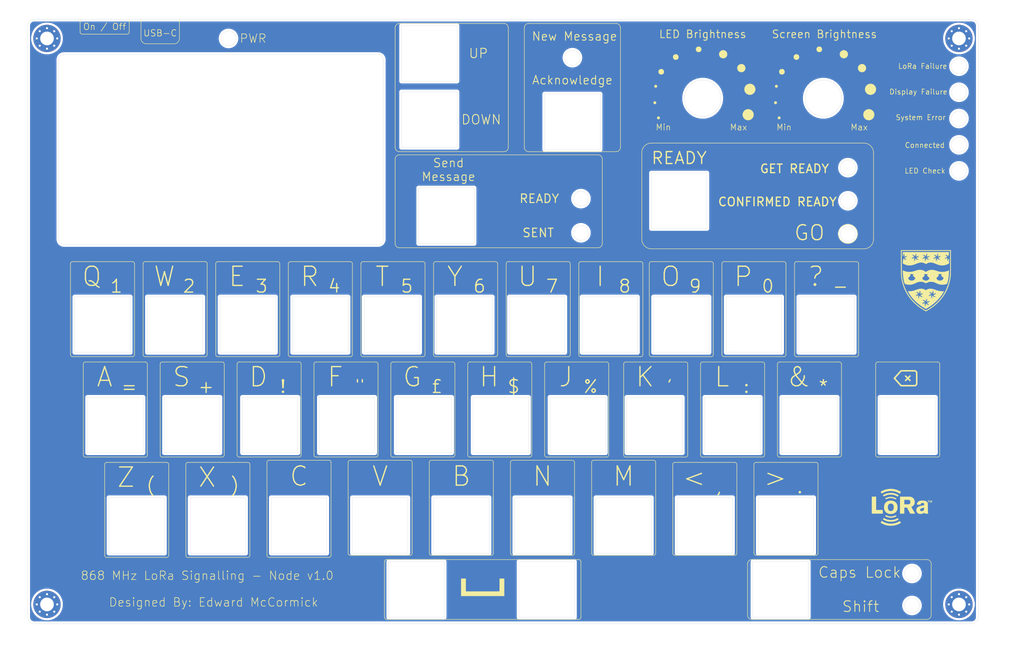
<source format=kicad_pcb>
(kicad_pcb (version 20171130) (host pcbnew "(5.1.8)-1")
  (title_block (date 2021-02-02))
  (layers (0 F.Cu signal) (31 B.Cu signal) (34 B.Paste user) (35 F.Paste user) (36 B.SilkS user) (37 F.SilkS user) (38 B.Mask user) (39 F.Mask user) (44 Edge.Cuts user))
  (net 0 "")
  (net 1 GND)
  (module Testimages:backspace (layer F.Cu) (at 251.5 133.05)
    (fp_text reference G*** hide)
    (fp_text value LOGO hide)
  )
  (module "Testimages:Uni Logo 19.5x19.5" (layer F.Cu) (at 256.25 109)
    (fp_text reference G*** hide)
    (fp_text value LOGO hide)
  )
  (module "Testimages:Lora logo" (layer F.Cu) (at 250.75 163.25)
    (fp_text reference G*** hide)
    (fp_text value LOGO hide)
  )
  (module MountingHole:MountingHole_3.2mm_M3_Pad_Via (layer F.Cu) (at 50.5 186)
    (fp_text reference H1 (at 0 0) (layer F.SilkS))
    (fp_text value MountingHole_Pad)
    (pad 1 thru_hole circle (at 1.697056 -1.697056) (size 0.8 0.8) (drill 0.5) (layers *.Cu *.Mask) (net 1 GND))
    (pad 1 thru_hole circle (at 0 -2.4) (size 0.8 0.8) (drill 0.5) (layers *.Cu *.Mask) (net 1 GND))
    (pad 1 thru_hole circle (at -1.697056 -1.697056) (size 0.8 0.8) (drill 0.5) (layers *.Cu *.Mask) (net 1 GND))
    (pad 1 thru_hole circle (at -2.4 0) (size 0.8 0.8) (drill 0.5) (layers *.Cu *.Mask) (net 1 GND))
    (pad 1 thru_hole circle (at -1.697056 1.697056) (size 0.8 0.8) (drill 0.5) (layers *.Cu *.Mask) (net 1 GND))
    (pad 1 thru_hole circle (at 0 2.4) (size 0.8 0.8) (drill 0.5) (layers *.Cu *.Mask) (net 1 GND))
    (pad 1 thru_hole circle (at 1.697056 1.697056) (size 0.8 0.8) (drill 0.5) (layers *.Cu *.Mask) (net 1 GND))
    (pad 1 thru_hole circle (at 2.4 0) (size 0.8 0.8) (drill 0.5) (layers *.Cu *.Mask) (net 1 GND))
    (pad 1 thru_hole circle (at 0 0) (size 6.4 6.4) (drill 3.2) (layers *.Cu *.Mask) (net 1 GND))
  )
  (module MountingHole:MountingHole_3.2mm_M3_Pad_Via (layer F.Cu) (at 50.5 53.5)
    (fp_text reference H2 (at 0 0) (layer F.SilkS))
    (fp_text value MountingHole_Pad)
    (pad 1 thru_hole circle (at 0 0) (size 6.4 6.4) (drill 3.2) (layers *.Cu *.Mask) (net 1 GND))
    (pad 1 thru_hole circle (at 2.4 0) (size 0.8 0.8) (drill 0.5) (layers *.Cu *.Mask) (net 1 GND))
    (pad 1 thru_hole circle (at 1.697056 1.697056) (size 0.8 0.8) (drill 0.5) (layers *.Cu *.Mask) (net 1 GND))
    (pad 1 thru_hole circle (at 0 2.4) (size 0.8 0.8) (drill 0.5) (layers *.Cu *.Mask) (net 1 GND))
    (pad 1 thru_hole circle (at -1.697056 1.697056) (size 0.8 0.8) (drill 0.5) (layers *.Cu *.Mask) (net 1 GND))
    (pad 1 thru_hole circle (at -2.4 0) (size 0.8 0.8) (drill 0.5) (layers *.Cu *.Mask) (net 1 GND))
    (pad 1 thru_hole circle (at -1.697056 -1.697056) (size 0.8 0.8) (drill 0.5) (layers *.Cu *.Mask) (net 1 GND))
    (pad 1 thru_hole circle (at 0 -2.4) (size 0.8 0.8) (drill 0.5) (layers *.Cu *.Mask) (net 1 GND))
    (pad 1 thru_hole circle (at 1.697056 -1.697056) (size 0.8 0.8) (drill 0.5) (layers *.Cu *.Mask) (net 1 GND))
  )
  (module MountingHole:MountingHole_3.2mm_M3_Pad_Via (layer F.Cu) (at 264 53.5)
    (fp_text reference H3 (at 0 0.25) (layer F.SilkS))
    (fp_text value MountingHole_Pad)
    (pad 1 thru_hole circle (at 1.697056 -1.697056) (size 0.8 0.8) (drill 0.5) (layers *.Cu *.Mask) (net 1 GND))
    (pad 1 thru_hole circle (at 0 -2.4) (size 0.8 0.8) (drill 0.5) (layers *.Cu *.Mask) (net 1 GND))
    (pad 1 thru_hole circle (at -1.697056 -1.697056) (size 0.8 0.8) (drill 0.5) (layers *.Cu *.Mask) (net 1 GND))
    (pad 1 thru_hole circle (at -2.4 0) (size 0.8 0.8) (drill 0.5) (layers *.Cu *.Mask) (net 1 GND))
    (pad 1 thru_hole circle (at -1.697056 1.697056) (size 0.8 0.8) (drill 0.5) (layers *.Cu *.Mask) (net 1 GND))
    (pad 1 thru_hole circle (at 0 2.4) (size 0.8 0.8) (drill 0.5) (layers *.Cu *.Mask) (net 1 GND))
    (pad 1 thru_hole circle (at 1.697056 1.697056) (size 0.8 0.8) (drill 0.5) (layers *.Cu *.Mask) (net 1 GND))
    (pad 1 thru_hole circle (at 2.4 0) (size 0.8 0.8) (drill 0.5) (layers *.Cu *.Mask) (net 1 GND))
    (pad 1 thru_hole circle (at 0 0) (size 6.4 6.4) (drill 3.2) (layers *.Cu *.Mask) (net 1 GND))
  )
  (module MountingHole:MountingHole_3.2mm_M3_Pad_Via (layer F.Cu) (at 264 186)
    (fp_text reference H4 (at 0.25 0) (layer F.SilkS))
    (fp_text value MountingHole_Pad)
    (pad 1 thru_hole circle (at 0 0) (size 6.4 6.4) (drill 3.2) (layers *.Cu *.Mask) (net 1 GND))
    (pad 1 thru_hole circle (at 2.4 0) (size 0.8 0.8) (drill 0.5) (layers *.Cu *.Mask) (net 1 GND))
    (pad 1 thru_hole circle (at 1.697056 1.697056) (size 0.8 0.8) (drill 0.5) (layers *.Cu *.Mask) (net 1 GND))
    (pad 1 thru_hole circle (at 0 2.4) (size 0.8 0.8) (drill 0.5) (layers *.Cu *.Mask) (net 1 GND))
    (pad 1 thru_hole circle (at -1.697056 1.697056) (size 0.8 0.8) (drill 0.5) (layers *.Cu *.Mask) (net 1 GND))
    (pad 1 thru_hole circle (at -2.4 0) (size 0.8 0.8) (drill 0.5) (layers *.Cu *.Mask) (net 1 GND))
    (pad 1 thru_hole circle (at -1.697056 -1.697056) (size 0.8 0.8) (drill 0.5) (layers *.Cu *.Mask) (net 1 GND))
    (pad 1 thru_hole circle (at 0 -2.4) (size 0.8 0.8) (drill 0.5) (layers *.Cu *.Mask) (net 1 GND))
    (pad 1 thru_hole circle (at 1.697056 -1.697056) (size 0.8 0.8) (drill 0.5) (layers *.Cu *.Mask) (net 1 GND))
  )
  (gr_arc (start 128 58.5) (end 129.25 58.5) (angle -90) (layer Edge.Cuts) (width 0.05))
  (gr_arc (start 54.5 58.5) (end 54.5 57.25) (angle -90) (layer Edge.Cuts) (width 0.05))
  (gr_arc (start 54.5 100.5) (end 53.25 100.5) (angle -90) (layer Edge.Cuts) (width 0.05))
  (gr_arc (start 128 100.5) (end 128 101.75) (angle -90) (layer Edge.Cuts) (width 0.05))
  (gr_circle (center 238 99.25) (end 240 98.25) (layer F.SilkS) (width 0.12))
  (gr_text PWR (at 98.75 53.5) (layer F.SilkS) (effects (font (size 2 2))))
  (gr_arc (start 58.75 52) (end 58.25 52) (angle -90) (layer F.SilkS) (width 0.12))
  (gr_arc (start 69.25 52) (end 69.25 52.5) (angle -90) (layer F.SilkS) (width 0.12))
  (gr_line (start 69.75 52) (end 69.75 49) (layer F.SilkS) (width 0.12))
  (gr_line (start 58.75 52.5) (end 69.25 52.5) (layer F.SilkS) (width 0.12))
  (gr_line (start 58.25 49) (end 58.25 52) (layer F.SilkS) (width 0.12))
  (gr_text "On / Off" (at 64 50.75) (layer F.SilkS) (effects (font (size 1.5 1.5))))
  (gr_arc (start 80.25 53.5) (end 80.25 54.75) (angle -90) (layer F.SilkS) (width 0.12))
  (gr_arc (start 73.75 53.5) (end 72.5 53.5) (angle -90) (layer F.SilkS) (width 0.12))
  (gr_text USB-C (at 77 52.25) (layer F.SilkS) (effects (font (size 1.5 1.5))))
  (gr_line (start 81.5 53.5) (end 81.5 49) (layer F.SilkS) (width 0.12))
  (gr_line (start 73.75 54.75) (end 80.25 54.75) (layer F.SilkS) (width 0.12))
  (gr_line (start 72.5 49) (end 72.5 53.5) (layer F.SilkS) (width 0.12))
  (gr_arc (start 192 80.25) (end 192 78) (angle -90) (layer F.SilkS) (width 0.12))
  (gr_arc (start 192 100.5) (end 189.75 100.5) (angle -90) (layer F.SilkS) (width 0.12))
  (gr_arc (start 241.75 100.5) (end 241.75 102.75) (angle -90) (layer F.SilkS) (width 0.12))
  (gr_arc (start 241.75 80.25) (end 244 80.25) (angle -90) (layer F.SilkS) (width 0.12))
  (gr_line (start 241.75 78) (end 192 78) (layer F.SilkS) (width 0.12))
  (gr_line (start 244 100.5) (end 244 80.25) (layer F.SilkS) (width 0.12))
  (gr_line (start 192 102.75) (end 241.75 102.75) (layer F.SilkS) (width 0.12))
  (gr_line (start 189.75 80.25) (end 189.75 100.5) (layer F.SilkS) (width 0.12))
  (gr_text GO (at 229 99) (layer F.SilkS) (effects (font (size 3.5 3.5) (thickness 0.3))))
  (gr_text "CONFIRMED READY" (at 221.5 91.75) (layer F.SilkS) (effects (font (size 2 2) (thickness 0.3))))
  (gr_text "GET READY" (at 225.5 84) (layer F.SilkS) (effects (font (size 2 2) (thickness 0.3))))
  (gr_text READY (at 198.5 81.5) (layer F.SilkS) (effects (font (size 2.8 2.8) (thickness 0.3))))
  (gr_arc (start 133 101.5) (end 132 101.5) (angle -90) (layer F.SilkS) (width 0.12))
  (gr_arc (start 133 81.75) (end 133 80.75) (angle -90) (layer F.SilkS) (width 0.12))
  (gr_arc (start 179.5 81.75) (end 180.5 81.75) (angle -90) (layer F.SilkS) (width 0.12))
  (gr_arc (start 179.5 101.5) (end 179.5 102.5) (angle -90) (layer F.SilkS) (width 0.12))
  (gr_line (start 179.5 80.75) (end 133 80.75) (layer F.SilkS) (width 0.12))
  (gr_line (start 180.5 101.5) (end 180.5 81.75) (layer F.SilkS) (width 0.12))
  (gr_line (start 133 102.5) (end 179.5 102.5) (layer F.SilkS) (width 0.12))
  (gr_line (start 132 81.75) (end 132 101.5) (layer F.SilkS) (width 0.12))
  (gr_text SENT (at 165.5 99) (layer F.SilkS) (effects (font (size 2 2) (thickness 0.25))))
  (gr_text READY (at 165.75 91) (layer F.SilkS) (effects (font (size 2 2) (thickness 0.25))))
  (gr_text "Send\nMessage" (at 144.5 84.25) (layer F.SilkS) (effects (font (size 2 2) (thickness 0.2))))
  (gr_arc (start 163.25 51) (end 163.25 50) (angle -90) (layer F.SilkS) (width 0.12))
  (gr_arc (start 183.75 51) (end 184.75 51) (angle -90) (layer F.SilkS) (width 0.12))
  (gr_arc (start 183.75 79) (end 183.75 80) (angle -90) (layer F.SilkS) (width 0.12))
  (gr_arc (start 163.25 79) (end 162.25 79) (angle -90) (layer F.SilkS) (width 0.12))
  (gr_line (start 183.75 80) (end 163.25 80) (layer F.SilkS) (width 0.12))
  (gr_line (start 184.75 51) (end 184.75 79) (layer F.SilkS) (width 0.12))
  (gr_line (start 163.25 50) (end 183.75 50) (layer F.SilkS) (width 0.12))
  (gr_line (start 162.25 79) (end 162.25 51) (layer F.SilkS) (width 0.12))
  (gr_line (start 53.25 100.5) (end 53.25 58.5) (layer Edge.Cuts) (width 0.05))
  (gr_line (start 128 101.75) (end 54.5 101.75) (layer Edge.Cuts) (width 0.05))
  (gr_line (start 129.25 58.5) (end 129.25 100.5) (layer Edge.Cuts) (width 0.05))
  (gr_line (start 54.5 57.25) (end 128 57.25) (layer Edge.Cuts) (width 0.05))
  (gr_text "New Message" (at 174 53) (layer F.SilkS) (effects (font (size 2 2) (thickness 0.2))))
  (gr_text Acknowledge (at 173.5 63.25) (layer F.SilkS) (effects (font (size 2 2) (thickness 0.2))))
  (gr_arc (start 157.5 79) (end 157.5 80) (angle -90) (layer F.SilkS) (width 0.12))
  (gr_arc (start 133 79) (end 132 79) (angle -90) (layer F.SilkS) (width 0.12))
  (gr_arc (start 133 51) (end 133 50) (angle -90) (layer F.SilkS) (width 0.12))
  (gr_arc (start 157.5 51) (end 158.5 51) (angle -90) (layer F.SilkS) (width 0.12))
  (gr_line (start 132 79) (end 132 51) (layer F.SilkS) (width 0.12))
  (gr_line (start 157.5 80) (end 133 80) (layer F.SilkS) (width 0.12))
  (gr_line (start 158.5 51) (end 158.5 79) (layer F.SilkS) (width 0.12))
  (gr_line (start 133 50) (end 157.5 50) (layer F.SilkS) (width 0.12))
  (gr_text UP (at 151.5 57) (layer F.SilkS) (effects (font (size 2.2 2.2) (thickness 0.2))))
  (gr_text "DOWN \n" (at 153 72.5) (layer F.SilkS) (effects (font (size 2.2 2.2) (thickness 0.2))))
  (gr_text Connected (at 256 78.5) (layer F.SilkS) (effects (font (size 1.2 1.2))))
  (gr_text "System Error " (at 255.5 72) (layer F.SilkS) (effects (font (size 1.2 1.2))))
  (gr_text "Display Failure" (at 254.5 66) (layer F.SilkS) (effects (font (size 1.2 1.2))))
  (gr_text "LoRa Failure" (at 255.5 60) (layer F.SilkS) (effects (font (size 1.2 1.2))))
  (gr_text "LED Check " (at 256.5 84.5) (layer F.SilkS) (effects (font (size 1.2 1.2))))
  (gr_arc (start 245 151) (end 244.5 151) (angle -90) (layer F.SilkS) (width 0.12))
  (gr_line (start 259.5 151) (end 259.5 129.75) (layer F.SilkS) (width 0.12))
  (gr_arc (start 259 151) (end 259 151.5) (angle -90) (layer F.SilkS) (width 0.12))
  (gr_line (start 259 129.25) (end 245 129.25) (layer F.SilkS) (width 0.12))
  (gr_line (start 244.5 129.75) (end 244.5 151) (layer F.SilkS) (width 0.12))
  (gr_arc (start 245 129.75) (end 245 129.25) (angle -90) (layer F.SilkS) (width 0.12))
  (gr_line (start 245 151.5) (end 259 151.5) (layer F.SilkS) (width 0.12))
  (gr_arc (start 259 129.75) (end 259.5 129.75) (angle -90) (layer F.SilkS) (width 0.12))
  (gr_arc (start 215.5 188.5) (end 214.5 188.5) (angle -90) (layer F.SilkS) (width 0.12))
  (gr_arc (start 215.5 176.5) (end 215.5 175.5) (angle -90) (layer F.SilkS) (width 0.12))
  (gr_arc (start 256.5 188.5) (end 256.5 189.5) (angle -90) (layer F.SilkS) (width 0.12))
  (gr_arc (start 256.5 176.5) (end 257.5 176.5) (angle -90) (layer F.SilkS) (width 0.12))
  (gr_line (start 257.5 188.5) (end 257.5 176.5) (layer F.SilkS) (width 0.12))
  (gr_line (start 215.5 189.5) (end 256.5 189.5) (layer F.SilkS) (width 0.12))
  (gr_line (start 214.5 176.5) (end 214.5 188.5) (layer F.SilkS) (width 0.12))
  (gr_line (start 256.5 175.5) (end 215.5 175.5) (layer F.SilkS) (width 0.12))
  (gr_text Shift (at 241 186.5) (layer F.SilkS) (effects (font (size 2.5 2.5) (thickness 0.2))))
  (gr_text "Caps Lock" (at 240.75 178.5) (layer F.SilkS) (effects (font (size 2.5 2.5) (thickness 0.2))))
  (gr_arc (start 216.5 174) (end 216 174) (angle -90) (layer F.SilkS) (width 0.12))
  (gr_line (start 231 174) (end 231 153.25) (layer F.SilkS) (width 0.12))
  (gr_arc (start 230.5 174) (end 230.5 174.5) (angle -90) (layer F.SilkS) (width 0.12))
  (gr_line (start 230.5 152.75) (end 216.5 152.75) (layer F.SilkS) (width 0.12))
  (gr_line (start 216 153.25) (end 216 174) (layer F.SilkS) (width 0.12))
  (gr_arc (start 216.5 153.25) (end 216.5 152.75) (angle -90) (layer F.SilkS) (width 0.12))
  (gr_line (start 216.5 174.5) (end 230.5 174.5) (layer F.SilkS) (width 0.12))
  (gr_arc (start 230.5 153.25) (end 231 153.25) (angle -90) (layer F.SilkS) (width 0.12))
  (gr_text . (at 226.75 158.5) (layer F.SilkS) (effects (font (size 3 3) (thickness 0.3))))
  (gr_text > (at 221 156.25) (layer F.SilkS) (effects (font (size 4.5 4.5) (thickness 0.3))))
  (gr_arc (start 197.5 174) (end 197 174) (angle -90) (layer F.SilkS) (width 0.12))
  (gr_line (start 212 174) (end 212 153.25) (layer F.SilkS) (width 0.12))
  (gr_arc (start 211.5 174) (end 211.5 174.5) (angle -90) (layer F.SilkS) (width 0.12))
  (gr_line (start 211.5 152.75) (end 197.5 152.75) (layer F.SilkS) (width 0.12))
  (gr_line (start 197 153.25) (end 197 174) (layer F.SilkS) (width 0.12))
  (gr_arc (start 197.5 153.25) (end 197.5 152.75) (angle -90) (layer F.SilkS) (width 0.12))
  (gr_line (start 197.5 174.5) (end 211.5 174.5) (layer F.SilkS) (width 0.12))
  (gr_arc (start 211.5 153.25) (end 212 153.25) (angle -90) (layer F.SilkS) (width 0.12))
  (gr_text , (at 207.75 158.5) (layer F.SilkS) (effects (font (size 3 3) (thickness 0.3))))
  (gr_text < (at 202 156.25) (layer F.SilkS) (effects (font (size 4.5 4.5) (thickness 0.3))))
  (gr_arc (start 83.5 174.5) (end 83 174.5) (angle -90) (layer F.SilkS) (width 0.12))
  (gr_line (start 98 174.5) (end 98 153.25) (layer F.SilkS) (width 0.12))
  (gr_arc (start 97.5 174.5) (end 97.5 175) (angle -90) (layer F.SilkS) (width 0.12))
  (gr_line (start 97.5 152.75) (end 83.5 152.75) (layer F.SilkS) (width 0.12))
  (gr_line (start 83 153.25) (end 83 174.5) (layer F.SilkS) (width 0.12))
  (gr_arc (start 83.5 153.25) (end 83.5 152.75) (angle -90) (layer F.SilkS) (width 0.12))
  (gr_line (start 83.5 175) (end 97.5 175) (layer F.SilkS) (width 0.12))
  (gr_arc (start 97.5 153.25) (end 98 153.25) (angle -90) (layer F.SilkS) (width 0.12))
  (gr_text ")" (at 94.5 158) (layer F.SilkS) (effects (font (size 3 3) (thickness 0.3))))
  (gr_text X (at 88 156.25) (layer F.SilkS) (effects (font (size 4.5 4.5) (thickness 0.3))))
  (gr_arc (start 77.5 151) (end 77 151) (angle -90) (layer F.SilkS) (width 0.12))
  (gr_line (start 92 151) (end 92 129.75) (layer F.SilkS) (width 0.12))
  (gr_arc (start 91.5 151) (end 91.5 151.5) (angle -90) (layer F.SilkS) (width 0.12))
  (gr_line (start 91.5 129.25) (end 77.5 129.25) (layer F.SilkS) (width 0.12))
  (gr_line (start 77 129.75) (end 77 151) (layer F.SilkS) (width 0.12))
  (gr_arc (start 77.5 129.75) (end 77.5 129.25) (angle -90) (layer F.SilkS) (width 0.12))
  (gr_line (start 77.5 151.5) (end 91.5 151.5) (layer F.SilkS) (width 0.12))
  (gr_arc (start 91.5 129.75) (end 92 129.75) (angle -90) (layer F.SilkS) (width 0.12))
  (gr_text + (at 87.75 135) (layer F.SilkS) (effects (font (size 3 3) (thickness 0.3))))
  (gr_text S (at 82 132.75) (layer F.SilkS) (effects (font (size 4.5 4.5) (thickness 0.3))))
  (gr_arc (start 95.5 151) (end 95 151) (angle -90) (layer F.SilkS) (width 0.12))
  (gr_line (start 110 151) (end 110 129.75) (layer F.SilkS) (width 0.12))
  (gr_arc (start 109.5 151) (end 109.5 151.5) (angle -90) (layer F.SilkS) (width 0.12))
  (gr_line (start 109.5 129.25) (end 95.5 129.25) (layer F.SilkS) (width 0.12))
  (gr_line (start 95 129.75) (end 95 151) (layer F.SilkS) (width 0.12))
  (gr_arc (start 95.5 129.75) (end 95.5 129.25) (angle -90) (layer F.SilkS) (width 0.12))
  (gr_line (start 95.5 151.5) (end 109.5 151.5) (layer F.SilkS) (width 0.12))
  (gr_arc (start 109.5 129.75) (end 110 129.75) (angle -90) (layer F.SilkS) (width 0.12))
  (gr_text ! (at 105.75 135) (layer F.SilkS) (effects (font (size 3 3) (thickness 0.3))))
  (gr_text D (at 100 132.75) (layer F.SilkS) (effects (font (size 4.5 4.5) (thickness 0.3))))
  (gr_arc (start 113.5 151) (end 113 151) (angle -90) (layer F.SilkS) (width 0.12))
  (gr_line (start 128 151) (end 128 129.75) (layer F.SilkS) (width 0.12))
  (gr_arc (start 127.5 151) (end 127.5 151.5) (angle -90) (layer F.SilkS) (width 0.12))
  (gr_line (start 127.5 129.25) (end 113.5 129.25) (layer F.SilkS) (width 0.12))
  (gr_line (start 113 129.75) (end 113 151) (layer F.SilkS) (width 0.12))
  (gr_arc (start 113.5 129.75) (end 113.5 129.25) (angle -90) (layer F.SilkS) (width 0.12))
  (gr_line (start 113.5 151.5) (end 127.5 151.5) (layer F.SilkS) (width 0.12))
  (gr_arc (start 127.5 129.75) (end 128 129.75) (angle -90) (layer F.SilkS) (width 0.12))
  (gr_text "\"" (at 123.75 135) (layer F.SilkS) (effects (font (size 3 3) (thickness 0.3))))
  (gr_text F (at 118 132.75) (layer F.SilkS) (effects (font (size 4.5 4.5) (thickness 0.3))))
  (gr_arc (start 131.5 151) (end 131 151) (angle -90) (layer F.SilkS) (width 0.12))
  (gr_line (start 146 151) (end 146 129.75) (layer F.SilkS) (width 0.12))
  (gr_arc (start 145.5 151) (end 145.5 151.5) (angle -90) (layer F.SilkS) (width 0.12))
  (gr_line (start 145.5 129.25) (end 131.5 129.25) (layer F.SilkS) (width 0.12))
  (gr_line (start 131 129.75) (end 131 151) (layer F.SilkS) (width 0.12))
  (gr_arc (start 131.5 129.75) (end 131.5 129.25) (angle -90) (layer F.SilkS) (width 0.12))
  (gr_line (start 131.5 151.5) (end 145.5 151.5) (layer F.SilkS) (width 0.12))
  (gr_arc (start 145.5 129.75) (end 146 129.75) (angle -90) (layer F.SilkS) (width 0.12))
  (gr_text £ (at 141.75 135) (layer F.SilkS) (effects (font (size 3 3) (thickness 0.3))))
  (gr_text G (at 136 132.75) (layer F.SilkS) (effects (font (size 4.5 4.5) (thickness 0.3))))
  (gr_arc (start 149.5 151) (end 149 151) (angle -90) (layer F.SilkS) (width 0.12))
  (gr_line (start 164 151) (end 164 129.75) (layer F.SilkS) (width 0.12))
  (gr_arc (start 163.5 151) (end 163.5 151.5) (angle -90) (layer F.SilkS) (width 0.12))
  (gr_line (start 163.5 129.25) (end 149.5 129.25) (layer F.SilkS) (width 0.12))
  (gr_line (start 149 129.75) (end 149 151) (layer F.SilkS) (width 0.12))
  (gr_arc (start 149.5 129.75) (end 149.5 129.25) (angle -90) (layer F.SilkS) (width 0.12))
  (gr_line (start 149.5 151.5) (end 163.5 151.5) (layer F.SilkS) (width 0.12))
  (gr_arc (start 163.5 129.75) (end 164 129.75) (angle -90) (layer F.SilkS) (width 0.12))
  (gr_text $ (at 159.75 135) (layer F.SilkS) (effects (font (size 3 3) (thickness 0.3))))
  (gr_text H (at 154 132.75) (layer F.SilkS) (effects (font (size 4.5 4.5) (thickness 0.3))))
  (gr_arc (start 167.5 151) (end 167 151) (angle -90) (layer F.SilkS) (width 0.12))
  (gr_line (start 182 151) (end 182 129.75) (layer F.SilkS) (width 0.12))
  (gr_arc (start 181.5 151) (end 181.5 151.5) (angle -90) (layer F.SilkS) (width 0.12))
  (gr_line (start 181.5 129.25) (end 167.5 129.25) (layer F.SilkS) (width 0.12))
  (gr_line (start 167 129.75) (end 167 151) (layer F.SilkS) (width 0.12))
  (gr_arc (start 167.5 129.75) (end 167.5 129.25) (angle -90) (layer F.SilkS) (width 0.12))
  (gr_line (start 167.5 151.5) (end 181.5 151.5) (layer F.SilkS) (width 0.12))
  (gr_arc (start 181.5 129.75) (end 182 129.75) (angle -90) (layer F.SilkS) (width 0.12))
  (gr_text % (at 177.75 135) (layer F.SilkS) (effects (font (size 3 3) (thickness 0.3))))
  (gr_text J (at 172 132.75) (layer F.SilkS) (effects (font (size 4.5 4.5) (thickness 0.3))))
  (gr_arc (start 186 151) (end 185.5 151) (angle -90) (layer F.SilkS) (width 0.12))
  (gr_line (start 200.5 151) (end 200.5 129.75) (layer F.SilkS) (width 0.12))
  (gr_arc (start 200 151) (end 200 151.5) (angle -90) (layer F.SilkS) (width 0.12))
  (gr_line (start 200 129.25) (end 186 129.25) (layer F.SilkS) (width 0.12))
  (gr_line (start 185.5 129.75) (end 185.5 151) (layer F.SilkS) (width 0.12))
  (gr_arc (start 186 129.75) (end 186 129.25) (angle -90) (layer F.SilkS) (width 0.12))
  (gr_line (start 186 151.5) (end 200 151.5) (layer F.SilkS) (width 0.12))
  (gr_arc (start 200 129.75) (end 200.5 129.75) (angle -90) (layer F.SilkS) (width 0.12))
  (gr_text ' (at 196.25 135) (layer F.SilkS) (effects (font (size 3 3) (thickness 0.3))))
  (gr_text K (at 190.5 132.75) (layer F.SilkS) (effects (font (size 4.5 4.5) (thickness 0.3))))
  (gr_arc (start 204 151) (end 203.5 151) (angle -90) (layer F.SilkS) (width 0.12))
  (gr_line (start 218.5 151) (end 218.5 129.75) (layer F.SilkS) (width 0.12))
  (gr_arc (start 218 151) (end 218 151.5) (angle -90) (layer F.SilkS) (width 0.12))
  (gr_line (start 218 129.25) (end 204 129.25) (layer F.SilkS) (width 0.12))
  (gr_line (start 203.5 129.75) (end 203.5 151) (layer F.SilkS) (width 0.12))
  (gr_arc (start 204 129.75) (end 204 129.25) (angle -90) (layer F.SilkS) (width 0.12))
  (gr_line (start 204 151.5) (end 218 151.5) (layer F.SilkS) (width 0.12))
  (gr_arc (start 218 129.75) (end 218.5 129.75) (angle -90) (layer F.SilkS) (width 0.12))
  (gr_text : (at 214.25 135) (layer F.SilkS) (effects (font (size 3 3) (thickness 0.3))))
  (gr_text L (at 208.5 132.75) (layer F.SilkS) (effects (font (size 4.5 4.5) (thickness 0.3))))
  (gr_arc (start 222 151) (end 221.5 151) (angle -90) (layer F.SilkS) (width 0.12))
  (gr_line (start 236.5 151) (end 236.5 129.75) (layer F.SilkS) (width 0.12))
  (gr_arc (start 236 151) (end 236 151.5) (angle -90) (layer F.SilkS) (width 0.12))
  (gr_line (start 236 129.25) (end 222 129.25) (layer F.SilkS) (width 0.12))
  (gr_line (start 221.5 129.75) (end 221.5 151) (layer F.SilkS) (width 0.12))
  (gr_arc (start 222 129.75) (end 222 129.25) (angle -90) (layer F.SilkS) (width 0.12))
  (gr_line (start 222 151.5) (end 236 151.5) (layer F.SilkS) (width 0.12))
  (gr_arc (start 236 129.75) (end 236.5 129.75) (angle -90) (layer F.SilkS) (width 0.12))
  (gr_text * (at 232.25 135) (layer F.SilkS) (effects (font (size 3 3) (thickness 0.3))))
  (gr_text & (at 226.5 132.75) (layer F.SilkS) (effects (font (size 4.5 4.5) (thickness 0.3))))
  (gr_arc (start 226 127.5) (end 225.5 127.5) (angle -90) (layer F.SilkS) (width 0.12))
  (gr_line (start 240.5 127.5) (end 240.5 106.25) (layer F.SilkS) (width 0.12))
  (gr_arc (start 240 127.5) (end 240 128) (angle -90) (layer F.SilkS) (width 0.12))
  (gr_line (start 240 105.75) (end 226 105.75) (layer F.SilkS) (width 0.12))
  (gr_line (start 225.5 106.25) (end 225.5 127.5) (layer F.SilkS) (width 0.12))
  (gr_arc (start 226 106.25) (end 226 105.75) (angle -90) (layer F.SilkS) (width 0.12))
  (gr_line (start 226 128) (end 240 128) (layer F.SilkS) (width 0.12))
  (gr_arc (start 240 106.25) (end 240.5 106.25) (angle -90) (layer F.SilkS) (width 0.12))
  (gr_text - (at 236.25 111.5) (layer F.SilkS) (effects (font (size 3 3) (thickness 0.3))))
  (gr_text ? (at 230.5 109.25) (layer F.SilkS) (effects (font (size 4.5 4.5) (thickness 0.3))))
  (gr_arc (start 209 127.5) (end 208.5 127.5) (angle -90) (layer F.SilkS) (width 0.12))
  (gr_line (start 223.5 127.5) (end 223.5 106.25) (layer F.SilkS) (width 0.12))
  (gr_arc (start 223 127.5) (end 223 128) (angle -90) (layer F.SilkS) (width 0.12))
  (gr_line (start 223 105.75) (end 209 105.75) (layer F.SilkS) (width 0.12))
  (gr_line (start 208.5 106.25) (end 208.5 127.5) (layer F.SilkS) (width 0.12))
  (gr_arc (start 209 106.25) (end 209 105.75) (angle -90) (layer F.SilkS) (width 0.12))
  (gr_line (start 209 128) (end 223 128) (layer F.SilkS) (width 0.12))
  (gr_arc (start 223 106.25) (end 223.5 106.25) (angle -90) (layer F.SilkS) (width 0.12))
  (gr_text 0 (at 219.25 111.5) (layer F.SilkS) (effects (font (size 3 3) (thickness 0.3))))
  (gr_text P (at 213.5 109.25) (layer F.SilkS) (effects (font (size 4.5 4.5) (thickness 0.3))))
  (gr_arc (start 192 127.5) (end 191.5 127.5) (angle -90) (layer F.SilkS) (width 0.12))
  (gr_line (start 206.5 127.5) (end 206.5 106.25) (layer F.SilkS) (width 0.12))
  (gr_arc (start 206 127.5) (end 206 128) (angle -90) (layer F.SilkS) (width 0.12))
  (gr_line (start 206 105.75) (end 192 105.75) (layer F.SilkS) (width 0.12))
  (gr_line (start 191.5 106.25) (end 191.5 127.5) (layer F.SilkS) (width 0.12))
  (gr_arc (start 192 106.25) (end 192 105.75) (angle -90) (layer F.SilkS) (width 0.12))
  (gr_line (start 192 128) (end 206 128) (layer F.SilkS) (width 0.12))
  (gr_arc (start 206 106.25) (end 206.5 106.25) (angle -90) (layer F.SilkS) (width 0.12))
  (gr_text "9\n" (at 202.25 111.5) (layer F.SilkS) (effects (font (size 3 3) (thickness 0.3))))
  (gr_text O (at 196.5 109.25) (layer F.SilkS) (effects (font (size 4.5 4.5) (thickness 0.3))))
  (gr_arc (start 175.5 127.5) (end 175 127.5) (angle -90) (layer F.SilkS) (width 0.12))
  (gr_line (start 190 127.5) (end 190 106.25) (layer F.SilkS) (width 0.12))
  (gr_arc (start 189.5 127.5) (end 189.5 128) (angle -90) (layer F.SilkS) (width 0.12))
  (gr_line (start 189.5 105.75) (end 175.5 105.75) (layer F.SilkS) (width 0.12))
  (gr_line (start 175 106.25) (end 175 127.5) (layer F.SilkS) (width 0.12))
  (gr_arc (start 175.5 106.25) (end 175.5 105.75) (angle -90) (layer F.SilkS) (width 0.12))
  (gr_line (start 175.5 128) (end 189.5 128) (layer F.SilkS) (width 0.12))
  (gr_arc (start 189.5 106.25) (end 190 106.25) (angle -90) (layer F.SilkS) (width 0.12))
  (gr_text 8 (at 185.75 111.5) (layer F.SilkS) (effects (font (size 3 3) (thickness 0.3))))
  (gr_text I (at 180 109.25) (layer F.SilkS) (effects (font (size 4.5 4.5) (thickness 0.3))))
  (gr_arc (start 158.5 127.5) (end 158 127.5) (angle -90) (layer F.SilkS) (width 0.12))
  (gr_line (start 173 127.5) (end 173 106.25) (layer F.SilkS) (width 0.12))
  (gr_arc (start 172.5 127.5) (end 172.5 128) (angle -90) (layer F.SilkS) (width 0.12))
  (gr_line (start 172.5 105.75) (end 158.5 105.75) (layer F.SilkS) (width 0.12))
  (gr_line (start 158 106.25) (end 158 127.5) (layer F.SilkS) (width 0.12))
  (gr_arc (start 158.5 106.25) (end 158.5 105.75) (angle -90) (layer F.SilkS) (width 0.12))
  (gr_line (start 158.5 128) (end 172.5 128) (layer F.SilkS) (width 0.12))
  (gr_arc (start 172.5 106.25) (end 173 106.25) (angle -90) (layer F.SilkS) (width 0.12))
  (gr_text 7 (at 168.75 111.5) (layer F.SilkS) (effects (font (size 3 3) (thickness 0.3))))
  (gr_text U (at 163 109.25) (layer F.SilkS) (effects (font (size 4.5 4.5) (thickness 0.3))))
  (gr_arc (start 141.5 127.5) (end 141 127.5) (angle -90) (layer F.SilkS) (width 0.12))
  (gr_line (start 156 127.5) (end 156 106.25) (layer F.SilkS) (width 0.12))
  (gr_arc (start 155.5 127.5) (end 155.5 128) (angle -90) (layer F.SilkS) (width 0.12))
  (gr_line (start 155.5 105.75) (end 141.5 105.75) (layer F.SilkS) (width 0.12))
  (gr_line (start 141 106.25) (end 141 127.5) (layer F.SilkS) (width 0.12))
  (gr_arc (start 141.5 106.25) (end 141.5 105.75) (angle -90) (layer F.SilkS) (width 0.12))
  (gr_line (start 141.5 128) (end 155.5 128) (layer F.SilkS) (width 0.12))
  (gr_arc (start 155.5 106.25) (end 156 106.25) (angle -90) (layer F.SilkS) (width 0.12))
  (gr_text 6 (at 151.75 111.5) (layer F.SilkS) (effects (font (size 3 3) (thickness 0.3))))
  (gr_text Y (at 146 109.25) (layer F.SilkS) (effects (font (size 4.5 4.5) (thickness 0.3))))
  (gr_arc (start 124.5 127.5) (end 124 127.5) (angle -90) (layer F.SilkS) (width 0.12))
  (gr_line (start 139 127.5) (end 139 106.25) (layer F.SilkS) (width 0.12))
  (gr_arc (start 138.5 127.5) (end 138.5 128) (angle -90) (layer F.SilkS) (width 0.12))
  (gr_line (start 138.5 105.75) (end 124.5 105.75) (layer F.SilkS) (width 0.12))
  (gr_line (start 124 106.25) (end 124 127.5) (layer F.SilkS) (width 0.12))
  (gr_arc (start 124.5 106.25) (end 124.5 105.75) (angle -90) (layer F.SilkS) (width 0.12))
  (gr_line (start 124.5 128) (end 138.5 128) (layer F.SilkS) (width 0.12))
  (gr_arc (start 138.5 106.25) (end 139 106.25) (angle -90) (layer F.SilkS) (width 0.12))
  (gr_text 5 (at 134.75 111.5) (layer F.SilkS) (effects (font (size 3 3) (thickness 0.3))))
  (gr_text T (at 129 109.25) (layer F.SilkS) (effects (font (size 4.5 4.5) (thickness 0.3))))
  (gr_arc (start 107.5 127.5) (end 107 127.5) (angle -90) (layer F.SilkS) (width 0.12))
  (gr_line (start 122 127.5) (end 122 106.25) (layer F.SilkS) (width 0.12))
  (gr_arc (start 121.5 127.5) (end 121.5 128) (angle -90) (layer F.SilkS) (width 0.12))
  (gr_line (start 121.5 105.75) (end 107.5 105.75) (layer F.SilkS) (width 0.12))
  (gr_line (start 107 106.25) (end 107 127.5) (layer F.SilkS) (width 0.12))
  (gr_arc (start 107.5 106.25) (end 107.5 105.75) (angle -90) (layer F.SilkS) (width 0.12))
  (gr_line (start 107.5 128) (end 121.5 128) (layer F.SilkS) (width 0.12))
  (gr_arc (start 121.5 106.25) (end 122 106.25) (angle -90) (layer F.SilkS) (width 0.12))
  (gr_text 4 (at 117.75 111.5) (layer F.SilkS) (effects (font (size 3 3) (thickness 0.3))))
  (gr_text R (at 112 109.25) (layer F.SilkS) (effects (font (size 4.5 4.5) (thickness 0.3))))
  (gr_arc (start 90.5 127.5) (end 90 127.5) (angle -90) (layer F.SilkS) (width 0.12))
  (gr_line (start 105 127.5) (end 105 106.25) (layer F.SilkS) (width 0.12))
  (gr_arc (start 104.5 127.5) (end 104.5 128) (angle -90) (layer F.SilkS) (width 0.12))
  (gr_line (start 104.5 105.75) (end 90.5 105.75) (layer F.SilkS) (width 0.12))
  (gr_line (start 90 106.25) (end 90 127.5) (layer F.SilkS) (width 0.12))
  (gr_arc (start 90.5 106.25) (end 90.5 105.75) (angle -90) (layer F.SilkS) (width 0.12))
  (gr_line (start 90.5 128) (end 104.5 128) (layer F.SilkS) (width 0.12))
  (gr_arc (start 104.5 106.25) (end 105 106.25) (angle -90) (layer F.SilkS) (width 0.12))
  (gr_text 3 (at 100.75 111.5) (layer F.SilkS) (effects (font (size 3 3) (thickness 0.3))))
  (gr_text E (at 95 109.25) (layer F.SilkS) (effects (font (size 4.5 4.5) (thickness 0.3))))
  (gr_arc (start 73.5 127.5) (end 73 127.5) (angle -90) (layer F.SilkS) (width 0.12))
  (gr_line (start 88 127.5) (end 88 106.25) (layer F.SilkS) (width 0.12))
  (gr_arc (start 87.5 127.5) (end 87.5 128) (angle -90) (layer F.SilkS) (width 0.12))
  (gr_line (start 87.5 105.75) (end 73.5 105.75) (layer F.SilkS) (width 0.12))
  (gr_line (start 73 106.25) (end 73 127.5) (layer F.SilkS) (width 0.12))
  (gr_arc (start 73.5 106.25) (end 73.5 105.75) (angle -90) (layer F.SilkS) (width 0.12))
  (gr_line (start 73.5 128) (end 87.5 128) (layer F.SilkS) (width 0.12))
  (gr_arc (start 87.5 106.25) (end 88 106.25) (angle -90) (layer F.SilkS) (width 0.12))
  (gr_text 2 (at 83.75 111.5) (layer F.SilkS) (effects (font (size 3 3) (thickness 0.3))))
  (gr_text W (at 78 109.25) (layer F.SilkS) (effects (font (size 4.5 4.5) (thickness 0.3))))
  (gr_arc (start 64.5 174.5) (end 64 174.5) (angle -90) (layer F.SilkS) (width 0.12))
  (gr_line (start 79 174.5) (end 79 153.25) (layer F.SilkS) (width 0.12))
  (gr_arc (start 78.5 174.5) (end 78.5 175) (angle -90) (layer F.SilkS) (width 0.12))
  (gr_line (start 78.5 152.75) (end 64.5 152.75) (layer F.SilkS) (width 0.12))
  (gr_line (start 64 153.25) (end 64 174.5) (layer F.SilkS) (width 0.12))
  (gr_arc (start 64.5 153.25) (end 64.5 152.75) (angle -90) (layer F.SilkS) (width 0.12))
  (gr_line (start 64.5 175) (end 78.5 175) (layer F.SilkS) (width 0.12))
  (gr_arc (start 78.5 153.25) (end 79 153.25) (angle -90) (layer F.SilkS) (width 0.12))
  (gr_text "(" (at 74.75 158) (layer F.SilkS) (effects (font (size 3 3) (thickness 0.3))))
  (gr_text "Z\n" (at 69 156.25) (layer F.SilkS) (effects (font (size 4.5 4.5) (thickness 0.3))))
  (gr_arc (start 59.5 151) (end 59 151) (angle -90) (layer F.SilkS) (width 0.12))
  (gr_line (start 74 151) (end 74 129.75) (layer F.SilkS) (width 0.12))
  (gr_arc (start 73.5 151) (end 73.5 151.5) (angle -90) (layer F.SilkS) (width 0.12))
  (gr_line (start 73.5 129.25) (end 59.5 129.25) (layer F.SilkS) (width 0.12))
  (gr_line (start 59 129.75) (end 59 151) (layer F.SilkS) (width 0.12))
  (gr_arc (start 59.5 129.75) (end 59.5 129.25) (angle -90) (layer F.SilkS) (width 0.12))
  (gr_line (start 59.5 151.5) (end 73.5 151.5) (layer F.SilkS) (width 0.12))
  (gr_arc (start 73.5 129.75) (end 74 129.75) (angle -90) (layer F.SilkS) (width 0.12))
  (gr_text = (at 69.75 135) (layer F.SilkS) (effects (font (size 3 3) (thickness 0.3))))
  (gr_text A (at 64 132.75) (layer F.SilkS) (effects (font (size 4.5 4.5) (thickness 0.3))))
  (gr_arc (start 56.5 127.5) (end 56 127.5) (angle -90) (layer F.SilkS) (width 0.12))
  (gr_line (start 71 127.5) (end 71 106.25) (layer F.SilkS) (width 0.12))
  (gr_arc (start 70.5 127.5) (end 70.5 128) (angle -90) (layer F.SilkS) (width 0.12))
  (gr_line (start 70.5 105.75) (end 56.5 105.75) (layer F.SilkS) (width 0.12))
  (gr_line (start 56 106.25) (end 56 127.5) (layer F.SilkS) (width 0.12))
  (gr_arc (start 56.5 106.25) (end 56.5 105.75) (angle -90) (layer F.SilkS) (width 0.12))
  (gr_line (start 56.5 128) (end 70.5 128) (layer F.SilkS) (width 0.12))
  (gr_arc (start 70.5 106.25) (end 71 106.25) (angle -90) (layer F.SilkS) (width 0.12))
  (gr_text 1 (at 66.75 111.5) (layer F.SilkS) (effects (font (size 3 3) (thickness 0.3))))
  (gr_text "Q\n" (at 61 109.25) (layer F.SilkS) (effects (font (size 4.5 4.5) (thickness 0.3))))
  (gr_line (start 129.5 176) (end 129.5 189) (layer F.SilkS) (width 0.12))
  (gr_line (start 175 175.5) (end 130 175.5) (layer F.SilkS) (width 0.12))
  (gr_line (start 130 189.5) (end 175 189.5) (layer F.SilkS) (width 0.12))
  (gr_line (start 175.5 189) (end 175.5 176) (layer F.SilkS) (width 0.12))
  (gr_arc (start 130 176) (end 130 175.5) (angle -90) (layer F.SilkS) (width 0.12))
  (gr_arc (start 130 189) (end 129.5 189) (angle -90) (layer F.SilkS) (width 0.12))
  (gr_arc (start 175 176) (end 175.5 176) (angle -90) (layer F.SilkS) (width 0.12))
  (gr_arc (start 175 189) (end 175 189.5) (angle -90) (layer F.SilkS) (width 0.12))
  (gr_arc (start 192.5 152.75) (end 193 152.75) (angle -90) (layer F.SilkS) (width 0.12))
  (gr_arc (start 192.5 174) (end 192.5 174.5) (angle -90) (layer F.SilkS) (width 0.12))
  (gr_line (start 193 174) (end 193 152.75) (layer F.SilkS) (width 0.12))
  (gr_line (start 192.5 152.25) (end 178.5 152.25) (layer F.SilkS) (width 0.12))
  (gr_arc (start 178.5 152.75) (end 178.5 152.25) (angle -90) (layer F.SilkS) (width 0.12))
  (gr_arc (start 178.5 174) (end 178 174) (angle -90) (layer F.SilkS) (width 0.12))
  (gr_line (start 178.5 174.5) (end 192.5 174.5) (layer F.SilkS) (width 0.12))
  (gr_line (start 178 152.75) (end 178 174) (layer F.SilkS) (width 0.12))
  (gr_text M (at 185.5 156) (layer F.SilkS) (effects (font (size 4.5 4.5) (thickness 0.3))))
  (gr_arc (start 173.5 152.75) (end 174 152.75) (angle -90) (layer F.SilkS) (width 0.12))
  (gr_arc (start 173.5 174) (end 173.5 174.5) (angle -90) (layer F.SilkS) (width 0.12))
  (gr_line (start 174 174) (end 174 152.75) (layer F.SilkS) (width 0.12))
  (gr_line (start 173.5 152.25) (end 159.5 152.25) (layer F.SilkS) (width 0.12))
  (gr_arc (start 159.5 152.75) (end 159.5 152.25) (angle -90) (layer F.SilkS) (width 0.12))
  (gr_arc (start 159.5 174) (end 159 174) (angle -90) (layer F.SilkS) (width 0.12))
  (gr_line (start 159.5 174.5) (end 173.5 174.5) (layer F.SilkS) (width 0.12))
  (gr_line (start 159 152.75) (end 159 174) (layer F.SilkS) (width 0.12))
  (gr_text N (at 166.5 156) (layer F.SilkS) (effects (font (size 4.5 4.5) (thickness 0.3))))
  (gr_arc (start 154.5 152.75) (end 155 152.75) (angle -90) (layer F.SilkS) (width 0.12))
  (gr_arc (start 154.5 174) (end 154.5 174.5) (angle -90) (layer F.SilkS) (width 0.12))
  (gr_line (start 155 174) (end 155 152.75) (layer F.SilkS) (width 0.12))
  (gr_line (start 154.5 152.25) (end 140.5 152.25) (layer F.SilkS) (width 0.12))
  (gr_arc (start 140.5 152.75) (end 140.5 152.25) (angle -90) (layer F.SilkS) (width 0.12))
  (gr_arc (start 140.5 174) (end 140 174) (angle -90) (layer F.SilkS) (width 0.12))
  (gr_line (start 140.5 174.5) (end 154.5 174.5) (layer F.SilkS) (width 0.12))
  (gr_line (start 140 152.75) (end 140 174) (layer F.SilkS) (width 0.12))
  (gr_text B (at 147.5 156) (layer F.SilkS) (effects (font (size 4.5 4.5) (thickness 0.3))))
  (gr_arc (start 135.5 152.75) (end 136 152.75) (angle -90) (layer F.SilkS) (width 0.12))
  (gr_arc (start 135.5 174) (end 135.5 174.5) (angle -90) (layer F.SilkS) (width 0.12))
  (gr_line (start 136 174) (end 136 152.75) (layer F.SilkS) (width 0.12))
  (gr_line (start 135.5 152.25) (end 121.5 152.25) (layer F.SilkS) (width 0.12))
  (gr_arc (start 121.5 152.75) (end 121.5 152.25) (angle -90) (layer F.SilkS) (width 0.12))
  (gr_arc (start 121.5 174) (end 121 174) (angle -90) (layer F.SilkS) (width 0.12))
  (gr_line (start 121.5 174.5) (end 135.5 174.5) (layer F.SilkS) (width 0.12))
  (gr_line (start 121 152.75) (end 121 174) (layer F.SilkS) (width 0.12))
  (gr_text V (at 128.5 156) (layer F.SilkS) (effects (font (size 4.5 4.5) (thickness 0.3))))
  (gr_arc (start 116.5 152.75) (end 117 152.75) (angle -90) (layer F.SilkS) (width 0.12))
  (gr_arc (start 116.5 174.5) (end 116.5 175) (angle -90) (layer F.SilkS) (width 0.12))
  (gr_line (start 117 174.5) (end 117 152.75) (layer F.SilkS) (width 0.12))
  (gr_line (start 116.5 152.25) (end 102.5 152.25) (layer F.SilkS) (width 0.12))
  (gr_arc (start 102.5 152.75) (end 102.5 152.25) (angle -90) (layer F.SilkS) (width 0.12))
  (gr_arc (start 102.5 174.5) (end 102 174.5) (angle -90) (layer F.SilkS) (width 0.12))
  (gr_line (start 102.5 175) (end 116.5 175) (layer F.SilkS) (width 0.12))
  (gr_line (start 102 152.75) (end 102 174.5) (layer F.SilkS) (width 0.12))
  (gr_text C (at 109.5 156) (layer F.SilkS) (effects (font (size 4.5 4.5) (thickness 0.3))))
  (gr_line (start 148.5 183) (end 148.5 182.5) (layer F.SilkS) (width 0.12))
  (gr_line (start 149 183) (end 148.5 183) (layer F.SilkS) (width 0.12))
  (gr_line (start 156.5 183) (end 156 183) (layer F.SilkS) (width 0.12))
  (gr_line (start 156.5 182.5) (end 156.5 183) (layer F.SilkS) (width 0.12))
  (gr_line (start 147.5 180) (end 148.5 180) (layer F.SilkS) (width 0.12))
  (gr_line (start 147.5 184) (end 147.5 180) (layer F.SilkS) (width 0.12))
  (gr_line (start 157.5 184) (end 147.5 184) (layer F.SilkS) (width 0.12))
  (gr_line (start 157.5 180) (end 157.5 184) (layer F.SilkS) (width 0.12))
  (gr_line (start 156.5 180) (end 157.5 180) (layer F.SilkS) (width 0.12))
  (gr_line (start 156.5 182.5) (end 156.5 180) (layer F.SilkS) (width 0.12))
  (gr_line (start 149 183) (end 156.5 183) (layer F.SilkS) (width 0.12))
  (gr_line (start 148.5 180) (end 148.5 182.5) (layer F.SilkS) (width 0.12))
  (gr_circle (center 225.95 57.85) (end 226.55 57.85) (layer F.SilkS) (width 0.12))
  (gr_circle (center 221.9 72.1) (end 222.096447 71.9) (layer F.SilkS) (width 0.12))
  (gr_circle (center 221.25 64.7) (end 221.446447 64.5) (layer F.SilkS) (width 0.12))
  (gr_circle (center 242.9 71.35) (end 244.15 71.35) (layer F.SilkS) (width 0.12))
  (gr_circle (center 222.55 61.3) (end 223.15 61.3) (layer F.SilkS) (width 0.12))
  (gr_circle (center 237.05 57.2) (end 237.95 57.340569) (layer F.SilkS) (width 0.12))
  (gr_circle (center 221.05 68.55) (end 221.246447 68.35) (layer F.SilkS) (width 0.12))
  (gr_circle (center 231.3 56.05) (end 231.9 56.05) (layer F.SilkS) (width 0.12))
  (gr_circle (center 243.3 65.4) (end 244.55 65.4) (layer F.SilkS) (width 0.12))
  (gr_circle (center 241.3 60.45) (end 242.2 60.590569) (layer F.SilkS) (width 0.12))
  (gr_circle (center 232.25 67.5) (end 236.5 67.5) (layer Edge.Cuts) (width 0.05))
  (gr_text Max (at 240.65 74.3) (layer F.SilkS) (effects (font (size 1.4 1.4))))
  (gr_text "Screen Brightness" (at 232.5 52.5) (layer F.SilkS) (effects (font (size 1.8 1.8) (thickness 0.2))))
  (gr_text Min (at 223.05 74.3) (layer F.SilkS) (effects (font (size 1.4 1.4))))
  (gr_circle (center 197.7 57.85) (end 198.3 57.85) (layer F.SilkS) (width 0.12))
  (gr_circle (center 193.65 72.1) (end 193.846447 71.9) (layer F.SilkS) (width 0.12))
  (gr_circle (center 193 64.7) (end 193.196447 64.5) (layer F.SilkS) (width 0.12))
  (gr_circle (center 214.65 71.35) (end 215.9 71.35) (layer F.SilkS) (width 0.12))
  (gr_circle (center 194.3 61.3) (end 194.9 61.3) (layer F.SilkS) (width 0.12))
  (gr_circle (center 208.8 57.2) (end 209.7 57.340569) (layer F.SilkS) (width 0.12))
  (gr_circle (center 192.8 68.55) (end 192.996447 68.35) (layer F.SilkS) (width 0.12))
  (gr_circle (center 203.05 56.05) (end 203.65 56.05) (layer F.SilkS) (width 0.12))
  (gr_circle (center 215.05 65.4) (end 216.3 65.4) (layer F.SilkS) (width 0.12))
  (gr_circle (center 213.05 60.45) (end 213.95 60.590569) (layer F.SilkS) (width 0.12))
  (gr_circle (center 204 67.5) (end 208.25 67.5) (layer Edge.Cuts) (width 0.05))
  (gr_text Max (at 212.4 74.3) (layer F.SilkS) (effects (font (size 1.4 1.4))))
  (gr_text "LED Brightness" (at 204 52.5) (layer F.SilkS) (effects (font (size 1.8 1.8) (thickness 0.2))))
  (gr_text Min (at 194.8 74.3) (layer F.SilkS) (effects (font (size 1.4 1.4))))
  (gr_circle (center 93 53.5) (end 94.75 53.5) (layer Edge.Cuts) (width 0.05))
  (gr_circle (center 175.5 99) (end 177.25 99) (layer Edge.Cuts) (width 0.05))
  (gr_circle (center 175.5 91) (end 177.25 91) (layer Edge.Cuts) (width 0.05))
  (gr_circle (center 173.5 58) (end 175.25 58) (layer Edge.Cuts) (width 0.05))
  (gr_circle (center 264 78.4) (end 265.75 78.4) (layer Edge.Cuts) (width 0.05))
  (gr_circle (center 264 66.1) (end 265.75 66.1) (layer Edge.Cuts) (width 0.05))
  (gr_circle (center 264 60) (end 265.75 60) (layer Edge.Cuts) (width 0.05))
  (gr_circle (center 264 72.25) (end 265.75 72.25) (layer Edge.Cuts) (width 0.05))
  (gr_circle (center 264 84.5) (end 265.75 84.5) (layer Edge.Cuts) (width 0.05))
  (gr_circle (center 238 83.75) (end 239.75 83.75) (layer Edge.Cuts) (width 0.05))
  (gr_circle (center 238 91.5) (end 239.75 91.5) (layer Edge.Cuts) (width 0.05))
  (gr_circle (center 238 99.25) (end 239.75 99.25) (layer Edge.Cuts) (width 0.05))
  (gr_circle (center 253 186.25) (end 254.75 186.25) (layer Edge.Cuts) (width 0.05))
  (gr_circle (center 253 178.75) (end 254.75 178.75) (layer Edge.Cuts) (width 0.05))
  (gr_line (start 167 66.5) (end 180 66.5) (layer Edge.Cuts) (width 0.05))
  (gr_line (start 180 66.5) (end 180 79.5) (layer Edge.Cuts) (width 0.05))
  (gr_line (start 167 79.5) (end 167 66.5) (layer Edge.Cuts) (width 0.05))
  (gr_line (start 180 79.5) (end 167 79.5) (layer Edge.Cuts) (width 0.05))
  (gr_line (start 133.5 50.5) (end 146.5 50.5) (layer Edge.Cuts) (width 0.05))
  (gr_line (start 146.5 50.5) (end 146.5 63.5) (layer Edge.Cuts) (width 0.05))
  (gr_line (start 133.5 63.5) (end 133.5 50.5) (layer Edge.Cuts) (width 0.05))
  (gr_line (start 146.5 63.5) (end 133.5 63.5) (layer Edge.Cuts) (width 0.05))
  (gr_line (start 133.5 66) (end 146.5 66) (layer Edge.Cuts) (width 0.05))
  (gr_line (start 146.5 66) (end 146.5 79) (layer Edge.Cuts) (width 0.05))
  (gr_line (start 133.5 79) (end 133.5 66) (layer Edge.Cuts) (width 0.05))
  (gr_line (start 146.5 79) (end 133.5 79) (layer Edge.Cuts) (width 0.05))
  (gr_line (start 137.5 88.5) (end 150.5 88.5) (layer Edge.Cuts) (width 0.05))
  (gr_line (start 150.5 88.5) (end 150.5 101.5) (layer Edge.Cuts) (width 0.05))
  (gr_line (start 137.5 101.5) (end 137.5 88.5) (layer Edge.Cuts) (width 0.05))
  (gr_line (start 150.5 101.5) (end 137.5 101.5) (layer Edge.Cuts) (width 0.05))
  (gr_line (start 192 85) (end 205 85) (layer Edge.Cuts) (width 0.05))
  (gr_line (start 205 85) (end 205 98) (layer Edge.Cuts) (width 0.05))
  (gr_line (start 192 98) (end 192 85) (layer Edge.Cuts) (width 0.05))
  (gr_line (start 205 98) (end 192 98) (layer Edge.Cuts) (width 0.05))
  (gr_line (start 130.5 176) (end 143.5 176) (layer Edge.Cuts) (width 0.05))
  (gr_line (start 143.5 176) (end 143.5 189) (layer Edge.Cuts) (width 0.05))
  (gr_line (start 130.5 189) (end 130.5 176) (layer Edge.Cuts) (width 0.05))
  (gr_line (start 143.5 189) (end 130.5 189) (layer Edge.Cuts) (width 0.05))
  (gr_line (start 161 176) (end 174 176) (layer Edge.Cuts) (width 0.05))
  (gr_line (start 174 176) (end 174 189) (layer Edge.Cuts) (width 0.05))
  (gr_line (start 161 189) (end 161 176) (layer Edge.Cuts) (width 0.05))
  (gr_line (start 174 189) (end 161 189) (layer Edge.Cuts) (width 0.05))
  (gr_line (start 215.75 176) (end 228.75 176) (layer Edge.Cuts) (width 0.05))
  (gr_line (start 228.75 176) (end 228.75 189) (layer Edge.Cuts) (width 0.05))
  (gr_line (start 215.75 189) (end 215.75 176) (layer Edge.Cuts) (width 0.05))
  (gr_line (start 228.75 189) (end 215.75 189) (layer Edge.Cuts) (width 0.05))
  (gr_line (start 217 161) (end 230 161) (layer Edge.Cuts) (width 0.05))
  (gr_line (start 230 161) (end 230 174) (layer Edge.Cuts) (width 0.05))
  (gr_line (start 217 174) (end 217 161) (layer Edge.Cuts) (width 0.05))
  (gr_line (start 230 174) (end 217 174) (layer Edge.Cuts) (width 0.05))
  (gr_line (start 198 161) (end 211 161) (layer Edge.Cuts) (width 0.05))
  (gr_line (start 211 161) (end 211 174) (layer Edge.Cuts) (width 0.05))
  (gr_line (start 198 174) (end 198 161) (layer Edge.Cuts) (width 0.05))
  (gr_line (start 211 174) (end 198 174) (layer Edge.Cuts) (width 0.05))
  (gr_line (start 179 161) (end 192 161) (layer Edge.Cuts) (width 0.05))
  (gr_line (start 192 161) (end 192 174) (layer Edge.Cuts) (width 0.05))
  (gr_line (start 179 174) (end 179 161) (layer Edge.Cuts) (width 0.05))
  (gr_line (start 192 174) (end 179 174) (layer Edge.Cuts) (width 0.05))
  (gr_line (start 160 161) (end 173 161) (layer Edge.Cuts) (width 0.05))
  (gr_line (start 173 161) (end 173 174) (layer Edge.Cuts) (width 0.05))
  (gr_line (start 160 174) (end 160 161) (layer Edge.Cuts) (width 0.05))
  (gr_line (start 173 174) (end 160 174) (layer Edge.Cuts) (width 0.05))
  (gr_line (start 141 161) (end 154 161) (layer Edge.Cuts) (width 0.05))
  (gr_line (start 154 161) (end 154 174) (layer Edge.Cuts) (width 0.05))
  (gr_line (start 141 174) (end 141 161) (layer Edge.Cuts) (width 0.05))
  (gr_line (start 154 174) (end 141 174) (layer Edge.Cuts) (width 0.05))
  (gr_line (start 122 161) (end 135 161) (layer Edge.Cuts) (width 0.05))
  (gr_line (start 135 161) (end 135 174) (layer Edge.Cuts) (width 0.05))
  (gr_line (start 122 174) (end 122 161) (layer Edge.Cuts) (width 0.05))
  (gr_line (start 135 174) (end 122 174) (layer Edge.Cuts) (width 0.05))
  (gr_line (start 103 161) (end 116 161) (layer Edge.Cuts) (width 0.05))
  (gr_line (start 116 161) (end 116 174) (layer Edge.Cuts) (width 0.05))
  (gr_line (start 103 174) (end 103 161) (layer Edge.Cuts) (width 0.05))
  (gr_line (start 116 174) (end 103 174) (layer Edge.Cuts) (width 0.05))
  (gr_line (start 84 161) (end 97 161) (layer Edge.Cuts) (width 0.05))
  (gr_line (start 97 161) (end 97 174) (layer Edge.Cuts) (width 0.05))
  (gr_line (start 84 174) (end 84 161) (layer Edge.Cuts) (width 0.05))
  (gr_line (start 97 174) (end 84 174) (layer Edge.Cuts) (width 0.05))
  (gr_line (start 65 161) (end 78 161) (layer Edge.Cuts) (width 0.05))
  (gr_line (start 78 161) (end 78 174) (layer Edge.Cuts) (width 0.05))
  (gr_line (start 65 174) (end 65 161) (layer Edge.Cuts) (width 0.05))
  (gr_line (start 78 174) (end 65 174) (layer Edge.Cuts) (width 0.05))
  (gr_line (start 60 137.5) (end 73 137.5) (layer Edge.Cuts) (width 0.05))
  (gr_line (start 73 137.5) (end 73 150.5) (layer Edge.Cuts) (width 0.05))
  (gr_line (start 60 150.5) (end 60 137.5) (layer Edge.Cuts) (width 0.05))
  (gr_line (start 73 150.5) (end 60 150.5) (layer Edge.Cuts) (width 0.05))
  (gr_line (start 78 137.5) (end 91 137.5) (layer Edge.Cuts) (width 0.05))
  (gr_line (start 91 137.5) (end 91 150.5) (layer Edge.Cuts) (width 0.05))
  (gr_line (start 78 150.5) (end 78 137.5) (layer Edge.Cuts) (width 0.05))
  (gr_line (start 91 150.5) (end 78 150.5) (layer Edge.Cuts) (width 0.05))
  (gr_line (start 96.25 137.5) (end 109.25 137.5) (layer Edge.Cuts) (width 0.05))
  (gr_line (start 109.25 137.5) (end 109.25 150.5) (layer Edge.Cuts) (width 0.05))
  (gr_line (start 96.25 150.5) (end 96.25 137.5) (layer Edge.Cuts) (width 0.05))
  (gr_line (start 109.25 150.5) (end 96.25 150.5) (layer Edge.Cuts) (width 0.05))
  (gr_line (start 114.25 137.5) (end 127.25 137.5) (layer Edge.Cuts) (width 0.05))
  (gr_line (start 127.25 137.5) (end 127.25 150.5) (layer Edge.Cuts) (width 0.05))
  (gr_line (start 114.25 150.5) (end 114.25 137.5) (layer Edge.Cuts) (width 0.05))
  (gr_line (start 127.25 150.5) (end 114.25 150.5) (layer Edge.Cuts) (width 0.05))
  (gr_line (start 132.25 137.5) (end 145.25 137.5) (layer Edge.Cuts) (width 0.05))
  (gr_line (start 145.25 137.5) (end 145.25 150.5) (layer Edge.Cuts) (width 0.05))
  (gr_line (start 132.25 150.5) (end 132.25 137.5) (layer Edge.Cuts) (width 0.05))
  (gr_line (start 145.25 150.5) (end 132.25 150.5) (layer Edge.Cuts) (width 0.05))
  (gr_line (start 150.25 137.5) (end 163.25 137.5) (layer Edge.Cuts) (width 0.05))
  (gr_line (start 163.25 137.5) (end 163.25 150.5) (layer Edge.Cuts) (width 0.05))
  (gr_line (start 150.25 150.5) (end 150.25 137.5) (layer Edge.Cuts) (width 0.05))
  (gr_line (start 163.25 150.5) (end 150.25 150.5) (layer Edge.Cuts) (width 0.05))
  (gr_line (start 168.25 137.5) (end 181.25 137.5) (layer Edge.Cuts) (width 0.05))
  (gr_line (start 181.25 137.5) (end 181.25 150.5) (layer Edge.Cuts) (width 0.05))
  (gr_line (start 168.25 150.5) (end 168.25 137.5) (layer Edge.Cuts) (width 0.05))
  (gr_line (start 181.25 150.5) (end 168.25 150.5) (layer Edge.Cuts) (width 0.05))
  (gr_line (start 186.25 137.5) (end 199.25 137.5) (layer Edge.Cuts) (width 0.05))
  (gr_line (start 199.25 137.5) (end 199.25 150.5) (layer Edge.Cuts) (width 0.05))
  (gr_line (start 186.25 150.5) (end 186.25 137.5) (layer Edge.Cuts) (width 0.05))
  (gr_line (start 199.25 150.5) (end 186.25 150.5) (layer Edge.Cuts) (width 0.05))
  (gr_line (start 204.5 137.5) (end 217.5 137.5) (layer Edge.Cuts) (width 0.05))
  (gr_line (start 217.5 137.5) (end 217.5 150.5) (layer Edge.Cuts) (width 0.05))
  (gr_line (start 204.5 150.5) (end 204.5 137.5) (layer Edge.Cuts) (width 0.05))
  (gr_line (start 217.5 150.5) (end 204.5 150.5) (layer Edge.Cuts) (width 0.05))
  (gr_line (start 222.5 137.5) (end 235.5 137.5) (layer Edge.Cuts) (width 0.05))
  (gr_line (start 235.5 137.5) (end 235.5 150.5) (layer Edge.Cuts) (width 0.05))
  (gr_line (start 222.5 150.5) (end 222.5 137.5) (layer Edge.Cuts) (width 0.05))
  (gr_line (start 235.5 150.5) (end 222.5 150.5) (layer Edge.Cuts) (width 0.05))
  (gr_line (start 245.5 137.5) (end 258.5 137.5) (layer Edge.Cuts) (width 0.05))
  (gr_line (start 258.5 137.5) (end 258.5 150.5) (layer Edge.Cuts) (width 0.05))
  (gr_line (start 245.5 150.5) (end 245.5 137.5) (layer Edge.Cuts) (width 0.05))
  (gr_line (start 258.5 150.5) (end 245.5 150.5) (layer Edge.Cuts) (width 0.05))
  (gr_line (start 226.5 114) (end 239.5 114) (layer Edge.Cuts) (width 0.05))
  (gr_line (start 239.5 114) (end 239.5 127) (layer Edge.Cuts) (width 0.05))
  (gr_line (start 226.5 127) (end 226.5 114) (layer Edge.Cuts) (width 0.05))
  (gr_line (start 239.5 127) (end 226.5 127) (layer Edge.Cuts) (width 0.05))
  (gr_line (start 209.5 114) (end 222.5 114) (layer Edge.Cuts) (width 0.05))
  (gr_line (start 222.5 114) (end 222.5 127) (layer Edge.Cuts) (width 0.05))
  (gr_line (start 209.5 127) (end 209.5 114) (layer Edge.Cuts) (width 0.05))
  (gr_line (start 222.5 127) (end 209.5 127) (layer Edge.Cuts) (width 0.05))
  (gr_line (start 192.5 114) (end 205.5 114) (layer Edge.Cuts) (width 0.05))
  (gr_line (start 205.5 114) (end 205.5 127) (layer Edge.Cuts) (width 0.05))
  (gr_line (start 192.5 127) (end 192.5 114) (layer Edge.Cuts) (width 0.05))
  (gr_line (start 205.5 127) (end 192.5 127) (layer Edge.Cuts) (width 0.05))
  (gr_line (start 175.75 114) (end 188.75 114) (layer Edge.Cuts) (width 0.05))
  (gr_line (start 188.75 114) (end 188.75 127) (layer Edge.Cuts) (width 0.05))
  (gr_line (start 175.75 127) (end 175.75 114) (layer Edge.Cuts) (width 0.05))
  (gr_line (start 188.75 127) (end 175.75 127) (layer Edge.Cuts) (width 0.05))
  (gr_line (start 158.75 114) (end 171.75 114) (layer Edge.Cuts) (width 0.05))
  (gr_line (start 171.75 114) (end 171.75 127) (layer Edge.Cuts) (width 0.05))
  (gr_line (start 158.75 127) (end 158.75 114) (layer Edge.Cuts) (width 0.05))
  (gr_line (start 171.75 127) (end 158.75 127) (layer Edge.Cuts) (width 0.05))
  (gr_line (start 141.75 114) (end 154.75 114) (layer Edge.Cuts) (width 0.05))
  (gr_line (start 154.75 114) (end 154.75 127) (layer Edge.Cuts) (width 0.05))
  (gr_line (start 141.75 127) (end 141.75 114) (layer Edge.Cuts) (width 0.05))
  (gr_line (start 154.75 127) (end 141.75 127) (layer Edge.Cuts) (width 0.05))
  (gr_line (start 124.75 114) (end 137.75 114) (layer Edge.Cuts) (width 0.05))
  (gr_line (start 137.75 114) (end 137.75 127) (layer Edge.Cuts) (width 0.05))
  (gr_line (start 124.75 127) (end 124.75 114) (layer Edge.Cuts) (width 0.05))
  (gr_line (start 137.75 127) (end 124.75 127) (layer Edge.Cuts) (width 0.05))
  (gr_line (start 108 114) (end 121 114) (layer Edge.Cuts) (width 0.05))
  (gr_line (start 121 114) (end 121 127) (layer Edge.Cuts) (width 0.05))
  (gr_line (start 108 127) (end 108 114) (layer Edge.Cuts) (width 0.05))
  (gr_line (start 121 127) (end 108 127) (layer Edge.Cuts) (width 0.05))
  (gr_line (start 91 114) (end 104 114) (layer Edge.Cuts) (width 0.05))
  (gr_line (start 104 114) (end 104 127) (layer Edge.Cuts) (width 0.05))
  (gr_line (start 91 127) (end 91 114) (layer Edge.Cuts) (width 0.05))
  (gr_line (start 104 127) (end 91 127) (layer Edge.Cuts) (width 0.05))
  (gr_line (start 74 114) (end 87 114) (layer Edge.Cuts) (width 0.05))
  (gr_line (start 87 114) (end 87 127) (layer Edge.Cuts) (width 0.05))
  (gr_line (start 74 127) (end 74 114) (layer Edge.Cuts) (width 0.05))
  (gr_line (start 87 127) (end 74 127) (layer Edge.Cuts) (width 0.05))
  (gr_line (start 57 114) (end 70 114) (layer Edge.Cuts) (width 0.05))
  (gr_line (start 70 114) (end 70 127) (layer Edge.Cuts) (width 0.05))
  (gr_line (start 57 127) (end 57 114) (layer Edge.Cuts) (width 0.05))
  (gr_line (start 70 127) (end 57 127) (layer Edge.Cuts) (width 0.05))
  (gr_arc (start 267 189) (end 267 190.5) (angle -90) (layer Edge.Cuts) (width 0.05))
  (gr_arc (start 47.5 189) (end 46 189) (angle -90) (layer Edge.Cuts) (width 0.05))
  (gr_arc (start 47.5 50.5) (end 47.5 49) (angle -90) (layer Edge.Cuts) (width 0.05))
  (gr_arc (start 267 50.5) (end 268.5 50.5) (angle -90) (layer Edge.Cuts) (width 0.05))
  (gr_text "Designed By: Edward McCormick" (at 89.5 185.5) (layer F.SilkS) (effects (font (size 2 2))))
  (gr_text "868 MHz LoRa Signalling - Node v1.0" (at 88 179.25) (layer F.SilkS) (effects (font (size 2 2))))
  (gr_line (start 72.5 190.5) (end 47.5 190.5) (layer Edge.Cuts) (width 0.05))
  (gr_line (start 268.5 189) (end 268.5 189) (layer Edge.Cuts) (width 0.05))
  (gr_line (start 246.5 49) (end 267 49) (layer Edge.Cuts) (width 0.05))
  (gr_line (start 220 49) (end 246.5 49) (layer Edge.Cuts) (width 0.05))
  (gr_line (start 72.5 190.5) (end 267 190.5) (layer Edge.Cuts) (width 0.05))
  (gr_line (start 46 50.5) (end 46 189) (layer Edge.Cuts) (width 0.05))
  (gr_line (start 268.5 50.5) (end 268.5 189) (layer Edge.Cuts) (width 0.05))
  (gr_line (start 47.5 49) (end 220 49) (layer Edge.Cuts) (width 0.05))
  (zone (net 0) (net_name "") (layer B.Cu) (connect_pads (clearance 0.508)) (min_thickness 0.254) (fill yes (arc_segments 32) (thermal_gap 0.508) (thermal_bridge_width 0.508))
    (polygon (pts (xy 278.5 198) (xy 39.5 200) (xy 40.75 44.75) (xy 279.25 44.5)))
  )
  (zone (net 0) (net_name "") (layer F.SilkS) (connect_pads (clearance 0.508)) (min_thickness 0.254) (fill yes (arc_segments 32) (thermal_gap 0.508) (thermal_bridge_width 0.508))
    (polygon (pts (xy 215.6 64.3) (xy 215.9 64.5) (xy 216.15 64.85) (xy 216.3 65.35) (xy 216.2 65.85) (xy 215.9 66.3) (xy 215.35 66.65) (xy 214.75 66.65) (xy 214.25 66.4) (xy 213.85 65.85) (xy 213.8 65.25) (xy 214 64.7) (xy 214.45 64.3) (xy 215.05 64.15)))
  )
  (zone (net 0) (net_name "") (layer F.SilkS) (connect_pads (clearance 0.508)) (min_thickness 0.254) (fill yes (arc_segments 32) (thermal_gap 0.508) (thermal_bridge_width 0.508))
    (polygon (pts (xy 192.946447 68.3) (xy 193.096447 68.45) (xy 193.096447 68.65) (xy 192.896447 68.8) (xy 192.646447 68.8) (xy 192.519659 68.55) (xy 192.596447 68.35) (xy 192.746447 68.25)))
  )
  (zone (net 0) (net_name "") (layer F.SilkS) (connect_pads (clearance 0.508)) (min_thickness 0.254) (fill yes (arc_segments 32) (thermal_gap 0.508) (thermal_bridge_width 0.508))
    (polygon (pts (xy 208.85 56.290569) (xy 209.35 56.440569) (xy 209.65 56.890569) (xy 209.7 57.340569) (xy 209.55 57.740569) (xy 209.25 57.990569) (xy 208.85 58.090569) (xy 208.5 58.040569) (xy 208.2 57.890569) (xy 207.95 57.490569) (xy 207.9 57.090569) (xy 208 56.690569) (xy 208.35 56.440569) (xy 208.8 56.289089)))
  )
  (zone (net 0) (net_name "") (layer F.SilkS) (connect_pads (clearance 0.508)) (min_thickness 0.254) (fill yes (arc_segments 32) (thermal_gap 0.508) (thermal_bridge_width 0.508))
    (polygon (pts (xy 213.1 59.540569) (xy 213.6 59.690569) (xy 213.9 60.140569) (xy 213.95 60.590569) (xy 213.8 60.990569) (xy 213.5 61.240569) (xy 213.1 61.340569) (xy 212.75 61.290569) (xy 212.45 61.140569) (xy 212.2 60.740569) (xy 212.15 60.340569) (xy 212.25 59.940569) (xy 212.6 59.690569) (xy 213.05 59.539089)))
  )
  (zone (net 0) (net_name "") (layer F.SilkS) (connect_pads (clearance 0.508)) (min_thickness 0.254) (fill yes (arc_segments 32) (thermal_gap 0.508) (thermal_bridge_width 0.508))
    (polygon (pts (xy 193.146447 64.45) (xy 193.296447 64.6) (xy 193.296447 64.8) (xy 193.096447 64.95) (xy 192.846447 64.95) (xy 192.719659 64.7) (xy 192.796447 64.5) (xy 192.946447 64.4)))
  )
  (zone (net 0) (net_name "") (layer F.SilkS) (connect_pads (clearance 0.508)) (min_thickness 0.254) (fill yes (arc_segments 32) (thermal_gap 0.508) (thermal_bridge_width 0.508))
    (polygon (pts (xy 215.2 70.25) (xy 215.5 70.45) (xy 215.75 70.8) (xy 215.9 71.3) (xy 215.8 71.8) (xy 215.5 72.25) (xy 214.95 72.6) (xy 214.35 72.6) (xy 213.85 72.35) (xy 213.45 71.8) (xy 213.4 71.2) (xy 213.6 70.65) (xy 214.05 70.25) (xy 214.65 70.1)))
  )
  (zone (net 0) (net_name "") (layer F.SilkS) (connect_pads (clearance 0.508)) (min_thickness 0.254) (fill yes (arc_segments 32) (thermal_gap 0.508) (thermal_bridge_width 0.508))
    (polygon (pts (xy 193.796447 71.85) (xy 193.946447 72) (xy 193.946447 72.2) (xy 193.746447 72.35) (xy 193.496447 72.35) (xy 193.369659 72.1) (xy 193.446447 71.9) (xy 193.596447 71.8)))
  )
  (zone (net 0) (net_name "") (layer F.SilkS) (connect_pads (clearance 0.508)) (min_thickness 0.254) (fill yes (arc_segments 32) (thermal_gap 0.508) (thermal_bridge_width 0.508))
    (polygon (pts (xy 198.05 57.35) (xy 198.2 57.55) (xy 198.25 57.75) (xy 198.3 58.05) (xy 198.2 58.25) (xy 197.8 58.45) (xy 197.6 58.45) (xy 197.4 58.4) (xy 197.25 58.25) (xy 197.15 58.05) (xy 197.1 57.8) (xy 197.15 57.55) (xy 197.35 57.35) (xy 197.7 57.25) (xy 197.9 57.25)))
  )
  (zone (net 0) (net_name "") (layer F.SilkS) (connect_pads (clearance 0.508)) (min_thickness 0.254) (fill yes (arc_segments 32) (thermal_gap 0.508) (thermal_bridge_width 0.508))
    (polygon (pts (xy 194.65 60.8) (xy 194.8 61) (xy 194.85 61.2) (xy 194.9 61.5) (xy 194.8 61.7) (xy 194.4 61.9) (xy 194.2 61.9) (xy 194 61.85) (xy 193.85 61.7) (xy 193.75 61.5) (xy 193.7 61.25) (xy 193.75 61) (xy 193.95 60.8) (xy 194.3 60.7) (xy 194.5 60.7)))
  )
  (zone (net 0) (net_name "") (layer F.SilkS) (connect_pads (clearance 0.508)) (min_thickness 0.254) (fill yes (arc_segments 32) (thermal_gap 0.508) (thermal_bridge_width 0.508))
    (polygon (pts (xy 203.4 55.55) (xy 203.55 55.75) (xy 203.6 55.95) (xy 203.65 56.25) (xy 203.55 56.45) (xy 203.15 56.65) (xy 202.95 56.65) (xy 202.75 56.6) (xy 202.6 56.45) (xy 202.5 56.25) (xy 202.45 56) (xy 202.5 55.75) (xy 202.7 55.55) (xy 203.05 55.45) (xy 203.25 55.45)))
  )
  (zone (net 0) (net_name "") (layer F.SilkS) (connect_pads (clearance 0.508)) (min_thickness 0.254) (fill yes (arc_segments 32) (thermal_gap 0.508) (thermal_bridge_width 0.508))
    (polygon (pts (xy 243.85 64.3) (xy 244.15 64.5) (xy 244.4 64.85) (xy 244.55 65.35) (xy 244.45 65.85) (xy 244.15 66.3) (xy 243.6 66.65) (xy 243 66.65) (xy 242.5 66.4) (xy 242.1 65.85) (xy 242.05 65.25) (xy 242.25 64.7) (xy 242.7 64.3) (xy 243.3 64.15)))
  )
  (zone (net 0) (net_name "") (layer F.SilkS) (connect_pads (clearance 0.508)) (min_thickness 0.254) (fill yes (arc_segments 32) (thermal_gap 0.508) (thermal_bridge_width 0.508))
    (polygon (pts (xy 221.196447 68.3) (xy 221.346447 68.45) (xy 221.346447 68.65) (xy 221.146447 68.8) (xy 220.896447 68.8) (xy 220.769659 68.55) (xy 220.846447 68.35) (xy 220.996447 68.25)))
  )
  (zone (net 0) (net_name "") (layer F.SilkS) (connect_pads (clearance 0.508)) (min_thickness 0.254) (fill yes (arc_segments 32) (thermal_gap 0.508) (thermal_bridge_width 0.508))
    (polygon (pts (xy 237.1 56.290569) (xy 237.6 56.440569) (xy 237.9 56.890569) (xy 237.95 57.340569) (xy 237.8 57.740569) (xy 237.5 57.990569) (xy 237.1 58.090569) (xy 236.75 58.040569) (xy 236.45 57.890569) (xy 236.2 57.490569) (xy 236.15 57.090569) (xy 236.25 56.690569) (xy 236.6 56.440569) (xy 237.05 56.289089)))
  )
  (zone (net 0) (net_name "") (layer F.SilkS) (connect_pads (clearance 0.508)) (min_thickness 0.254) (fill yes (arc_segments 32) (thermal_gap 0.508) (thermal_bridge_width 0.508))
    (polygon (pts (xy 241.35 59.540569) (xy 241.85 59.690569) (xy 242.15 60.140569) (xy 242.2 60.590569) (xy 242.05 60.990569) (xy 241.75 61.240569) (xy 241.35 61.340569) (xy 241 61.290569) (xy 240.7 61.140569) (xy 240.45 60.740569) (xy 240.4 60.340569) (xy 240.5 59.940569) (xy 240.85 59.690569) (xy 241.3 59.539089)))
  )
  (zone (net 0) (net_name "") (layer F.SilkS) (connect_pads (clearance 0.508)) (min_thickness 0.254) (fill yes (arc_segments 32) (thermal_gap 0.508) (thermal_bridge_width 0.508))
    (polygon (pts (xy 221.396447 64.45) (xy 221.546447 64.6) (xy 221.546447 64.8) (xy 221.346447 64.95) (xy 221.096447 64.95) (xy 220.969659 64.7) (xy 221.046447 64.5) (xy 221.196447 64.4)))
  )
  (zone (net 0) (net_name "") (layer F.SilkS) (connect_pads (clearance 0.508)) (min_thickness 0.254) (fill yes (arc_segments 32) (thermal_gap 0.508) (thermal_bridge_width 0.508))
    (polygon (pts (xy 243.45 70.25) (xy 243.75 70.45) (xy 244 70.8) (xy 244.15 71.3) (xy 244.05 71.8) (xy 243.75 72.25) (xy 243.2 72.6) (xy 242.6 72.6) (xy 242.1 72.35) (xy 241.7 71.8) (xy 241.65 71.2) (xy 241.85 70.65) (xy 242.3 70.25) (xy 242.9 70.1)))
  )
  (zone (net 0) (net_name "") (layer F.SilkS) (connect_pads (clearance 0.508)) (min_thickness 0.254) (fill yes (arc_segments 32) (thermal_gap 0.508) (thermal_bridge_width 0.508))
    (polygon (pts (xy 222.046447 71.85) (xy 222.196447 72) (xy 222.196447 72.2) (xy 221.996447 72.35) (xy 221.746447 72.35) (xy 221.619659 72.1) (xy 221.696447 71.9) (xy 221.846447 71.8)))
  )
  (zone (net 0) (net_name "") (layer F.SilkS) (connect_pads (clearance 0.508)) (min_thickness 0.254) (fill yes (arc_segments 32) (thermal_gap 0.508) (thermal_bridge_width 0.508))
    (polygon (pts (xy 226.3 57.35) (xy 226.45 57.55) (xy 226.5 57.75) (xy 226.55 58.05) (xy 226.45 58.25) (xy 226.05 58.45) (xy 225.85 58.45) (xy 225.65 58.4) (xy 225.5 58.25) (xy 225.4 58.05) (xy 225.35 57.8) (xy 225.4 57.55) (xy 225.6 57.35) (xy 225.95 57.25) (xy 226.15 57.25)))
  )
  (zone (net 0) (net_name "") (layer F.SilkS) (connect_pads (clearance 0.508)) (min_thickness 0.254) (fill yes (arc_segments 32) (thermal_gap 0.508) (thermal_bridge_width 0.508))
    (polygon (pts (xy 222.9 60.8) (xy 223.05 61) (xy 223.1 61.2) (xy 223.15 61.5) (xy 223.05 61.7) (xy 222.65 61.9) (xy 222.45 61.9) (xy 222.25 61.85) (xy 222.1 61.7) (xy 222 61.5) (xy 221.95 61.25) (xy 222 61) (xy 222.2 60.8) (xy 222.55 60.7) (xy 222.75 60.7)))
  )
  (zone (net 0) (net_name "") (layer F.SilkS) (connect_pads (clearance 0.508)) (min_thickness 0.254) (fill yes (arc_segments 32) (thermal_gap 0.508) (thermal_bridge_width 0.508))
    (polygon (pts (xy 231.65 55.55) (xy 231.8 55.75) (xy 231.85 55.95) (xy 231.9 56.25) (xy 231.8 56.45) (xy 231.4 56.65) (xy 231.2 56.65) (xy 231 56.6) (xy 230.85 56.45) (xy 230.75 56.25) (xy 230.7 56) (xy 230.75 55.75) (xy 230.95 55.55) (xy 231.3 55.45) (xy 231.5 55.45)))
  )
  (zone (net 0) (net_name "") (layer F.SilkS) (connect_pads (clearance 0.508)) (min_thickness 0.254) (fill yes (arc_segments 32) (thermal_gap 0.508) (thermal_bridge_width 0.508))
    (polygon (pts (xy 148.5 183) (xy 156.5 183) (xy 156.5 180) (xy 157.5 180) (xy 157.5 184) (xy 147.5 184) (xy 147.5 180) (xy 148.5 180)))
  )
)
</source>
